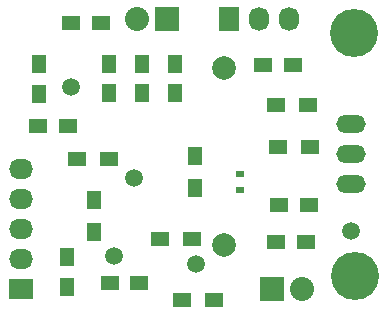
<source format=gbs>
G04 #@! TF.FileFunction,Soldermask,Bot*
%FSLAX46Y46*%
G04 Gerber Fmt 4.6, Leading zero omitted, Abs format (unit mm)*
G04 Created by KiCad (PCBNEW (2015-04-09 BZR 5589)-product) date Wednesday, 15 April 2015 07:54:32 pm*
%MOMM*%
G01*
G04 APERTURE LIST*
%ADD10C,0.150000*%
%ADD11R,1.250000X1.500000*%
%ADD12R,1.500000X1.250000*%
%ADD13R,0.700000X0.600000*%
%ADD14R,1.300000X1.500000*%
%ADD15R,2.032000X2.032000*%
%ADD16O,2.032000X2.032000*%
%ADD17R,2.032000X1.727200*%
%ADD18O,2.032000X1.727200*%
%ADD19R,1.727200X2.032000*%
%ADD20O,1.727200X2.032000*%
%ADD21C,1.501140*%
%ADD22O,2.499360X1.501140*%
%ADD23R,1.500000X1.300000*%
%ADD24C,1.998980*%
%ADD25C,4.064000*%
G04 APERTURE END LIST*
D10*
D11*
X146608800Y-100350000D03*
X146608800Y-102850000D03*
D12*
X149372000Y-96875600D03*
X151872000Y-96875600D03*
X152623200Y-118846600D03*
X155123200Y-118846600D03*
X168128000Y-100380800D03*
X165628000Y-100380800D03*
D11*
X158191200Y-100299200D03*
X158191200Y-102799200D03*
X155346400Y-100299200D03*
X155346400Y-102799200D03*
D12*
X169499600Y-112268000D03*
X166999600Y-112268000D03*
X149052600Y-105587800D03*
X146552600Y-105587800D03*
D11*
X152552400Y-100299200D03*
X152552400Y-102799200D03*
X149021800Y-119207600D03*
X149021800Y-116707600D03*
D12*
X169245600Y-115366800D03*
X166745600Y-115366800D03*
D13*
X163626800Y-109637600D03*
X163626800Y-111037600D03*
D14*
X159816800Y-110824000D03*
X159816800Y-108124000D03*
D15*
X157480000Y-96520000D03*
D16*
X154940000Y-96520000D03*
D15*
X166370000Y-119380000D03*
D16*
X168910000Y-119380000D03*
D17*
X145135600Y-119380000D03*
D18*
X145135600Y-116840000D03*
X145135600Y-114300000D03*
X145135600Y-111760000D03*
X145135600Y-109220000D03*
D19*
X162712400Y-96520000D03*
D20*
X165252400Y-96520000D03*
X167792400Y-96520000D03*
D21*
X154686000Y-109982000D03*
X173075600Y-114503200D03*
X152958800Y-116586000D03*
X159969200Y-117297200D03*
X149352000Y-102311200D03*
D22*
X173024800Y-107950000D03*
X173024800Y-105410000D03*
X173024800Y-110490000D03*
D23*
X169447200Y-103784400D03*
X166747200Y-103784400D03*
D24*
X162306000Y-100653200D03*
X162306000Y-115653200D03*
D14*
X151307800Y-111857800D03*
X151307800Y-114557800D03*
D23*
X152530800Y-108381800D03*
X149830800Y-108381800D03*
X161446200Y-120294400D03*
X158746200Y-120294400D03*
X156892000Y-115112800D03*
X159592000Y-115112800D03*
X169599600Y-107391200D03*
X166899600Y-107391200D03*
D25*
X173329600Y-97739200D03*
X173355000Y-118237000D03*
M02*

</source>
